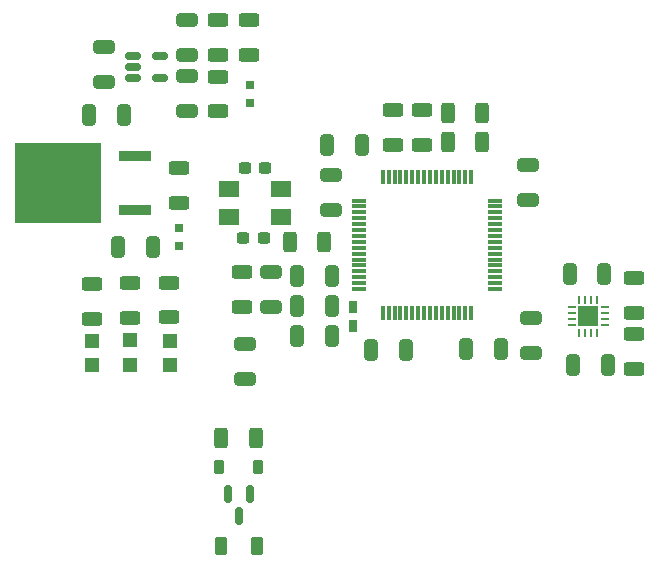
<source format=gbr>
%TF.GenerationSoftware,KiCad,Pcbnew,8.0.6*%
%TF.CreationDate,2025-07-22T18:03:32-04:00*%
%TF.ProjectId,receiver,72656365-6976-4657-922e-6b696361645f,rev?*%
%TF.SameCoordinates,Original*%
%TF.FileFunction,Paste,Top*%
%TF.FilePolarity,Positive*%
%FSLAX46Y46*%
G04 Gerber Fmt 4.6, Leading zero omitted, Abs format (unit mm)*
G04 Created by KiCad (PCBNEW 8.0.6) date 2025-07-22 18:03:32*
%MOMM*%
%LPD*%
G01*
G04 APERTURE LIST*
G04 Aperture macros list*
%AMRoundRect*
0 Rectangle with rounded corners*
0 $1 Rounding radius*
0 $2 $3 $4 $5 $6 $7 $8 $9 X,Y pos of 4 corners*
0 Add a 4 corners polygon primitive as box body*
4,1,4,$2,$3,$4,$5,$6,$7,$8,$9,$2,$3,0*
0 Add four circle primitives for the rounded corners*
1,1,$1+$1,$2,$3*
1,1,$1+$1,$4,$5*
1,1,$1+$1,$6,$7*
1,1,$1+$1,$8,$9*
0 Add four rect primitives between the rounded corners*
20,1,$1+$1,$2,$3,$4,$5,0*
20,1,$1+$1,$4,$5,$6,$7,0*
20,1,$1+$1,$6,$7,$8,$9,0*
20,1,$1+$1,$8,$9,$2,$3,0*%
G04 Aperture macros list end*
%ADD10RoundRect,0.150000X-0.512500X-0.150000X0.512500X-0.150000X0.512500X0.150000X-0.512500X0.150000X0*%
%ADD11RoundRect,0.250000X0.325000X0.650000X-0.325000X0.650000X-0.325000X-0.650000X0.325000X-0.650000X0*%
%ADD12RoundRect,0.237500X0.300000X0.237500X-0.300000X0.237500X-0.300000X-0.237500X0.300000X-0.237500X0*%
%ADD13R,0.711200X0.254000*%
%ADD14R,0.254000X0.711200*%
%ADD15R,1.676400X1.676400*%
%ADD16R,0.800000X0.800000*%
%ADD17RoundRect,0.250000X0.650000X-0.325000X0.650000X0.325000X-0.650000X0.325000X-0.650000X-0.325000X0*%
%ADD18RoundRect,0.250000X0.312500X0.625000X-0.312500X0.625000X-0.312500X-0.625000X0.312500X-0.625000X0*%
%ADD19RoundRect,0.250000X-0.325000X-0.650000X0.325000X-0.650000X0.325000X0.650000X-0.325000X0.650000X0*%
%ADD20R,1.200000X1.200000*%
%ADD21RoundRect,0.250000X0.625000X-0.312500X0.625000X0.312500X-0.625000X0.312500X-0.625000X-0.312500X0*%
%ADD22RoundRect,0.250000X-0.625000X0.312500X-0.625000X-0.312500X0.625000X-0.312500X0.625000X0.312500X0*%
%ADD23RoundRect,0.250000X-0.650000X0.325000X-0.650000X-0.325000X0.650000X-0.325000X0.650000X0.325000X0*%
%ADD24RoundRect,0.250000X-0.312500X-0.625000X0.312500X-0.625000X0.312500X0.625000X-0.312500X0.625000X0*%
%ADD25RoundRect,0.225000X-0.225000X-0.375000X0.225000X-0.375000X0.225000X0.375000X-0.225000X0.375000X0*%
%ADD26RoundRect,0.150000X-0.150000X0.587500X-0.150000X-0.587500X0.150000X-0.587500X0.150000X0.587500X0*%
%ADD27RoundRect,0.200000X-0.300000X-0.600000X0.300000X-0.600000X0.300000X0.600000X-0.300000X0.600000X0*%
%ADD28R,1.193800X0.304800*%
%ADD29R,0.304800X1.193800*%
%ADD30RoundRect,0.237500X-0.300000X-0.237500X0.300000X-0.237500X0.300000X0.237500X-0.300000X0.237500X0*%
%ADD31R,0.800000X1.000000*%
%ADD32R,1.800000X1.400000*%
%ADD33R,2.794000X0.939800*%
%ADD34R,7.239000X6.832600*%
G04 APERTURE END LIST*
D10*
%TO.C,U3*%
X138574653Y-43527120D03*
X138574653Y-44477120D03*
X138574653Y-45427120D03*
X140849653Y-45427120D03*
X140849653Y-43527120D03*
%TD*%
D11*
%TO.C,STM_C9*%
X155439441Y-67242828D03*
X152489441Y-67242828D03*
%TD*%
D12*
%TO.C,CSTL_C1*%
X149732286Y-52985967D03*
X148007286Y-52985967D03*
%TD*%
D13*
%TO.C,U4*%
X175717012Y-64805490D03*
X175717012Y-65305491D03*
X175717012Y-65805491D03*
X175717012Y-66305492D03*
D14*
X176364011Y-66952491D03*
X176864012Y-66952491D03*
X177364012Y-66952491D03*
X177864013Y-66952491D03*
D13*
X178511012Y-66305492D03*
X178511012Y-65805491D03*
X178511012Y-65305491D03*
X178511012Y-64805490D03*
D14*
X177864013Y-64158491D03*
X177364012Y-64158491D03*
X176864012Y-64158491D03*
X176364011Y-64158491D03*
D15*
X177114012Y-65555491D03*
%TD*%
D16*
%TO.C,PWR_D2*%
X148436607Y-47491972D03*
X148436607Y-45991972D03*
%TD*%
D17*
%TO.C,PWR_C4*%
X136095404Y-45706822D03*
X136095404Y-42756822D03*
%TD*%
D18*
%TO.C,PWR_R5*%
X148969020Y-75891804D03*
X146044020Y-75891804D03*
%TD*%
D19*
%TO.C,MLX_C1*%
X175803570Y-69693425D03*
X178753570Y-69693425D03*
%TD*%
D11*
%TO.C,STM_C3*%
X161696298Y-68439425D03*
X158746298Y-68439425D03*
%TD*%
D20*
%TO.C,D3*%
X141660016Y-69728522D03*
X141660016Y-67628522D03*
%TD*%
D11*
%TO.C,STM_C4*%
X169748575Y-68339953D03*
X166798575Y-68339953D03*
%TD*%
D19*
%TO.C,STM_C1*%
X155007712Y-51061894D03*
X157957712Y-51061894D03*
%TD*%
D21*
%TO.C,S_R1*%
X147761726Y-64756419D03*
X147761726Y-61831419D03*
%TD*%
D11*
%TO.C,STM_C8*%
X155439441Y-64692221D03*
X152489441Y-64692221D03*
%TD*%
D22*
%TO.C,LED_R1*%
X135077166Y-62842584D03*
X135077166Y-65767584D03*
%TD*%
D23*
%TO.C,PWR_C5*%
X143137476Y-45271792D03*
X143137476Y-48221792D03*
%TD*%
D22*
%TO.C,PWR_R1*%
X142468240Y-53063899D03*
X142468240Y-55988899D03*
%TD*%
D24*
%TO.C,S_R4*%
X151814828Y-59281044D03*
X154739828Y-59281044D03*
%TD*%
D23*
%TO.C,S_C10*%
X150247597Y-61818919D03*
X150247597Y-64768919D03*
%TD*%
D22*
%TO.C,I2C_R2*%
X163029926Y-48139458D03*
X163029926Y-51064458D03*
%TD*%
%TO.C,PWR_R4*%
X145784483Y-45283507D03*
X145784483Y-48208507D03*
%TD*%
D18*
%TO.C,STM_R2*%
X168123279Y-48387765D03*
X165198279Y-48387765D03*
%TD*%
D11*
%TO.C,S_C7*%
X155426494Y-62141614D03*
X152476494Y-62141614D03*
%TD*%
D16*
%TO.C,PWR_D1*%
X142471913Y-59633230D03*
X142471913Y-58133230D03*
%TD*%
D25*
%TO.C,DZ1*%
X145861798Y-78326547D03*
X149161798Y-78326547D03*
%TD*%
D22*
%TO.C,LED_R2*%
X138324260Y-62793215D03*
X138324260Y-65718215D03*
%TD*%
%TO.C,PWR_R3*%
X148358603Y-40519507D03*
X148358603Y-43444507D03*
%TD*%
D21*
%TO.C,PWR_R2*%
X145763599Y-43425068D03*
X145763599Y-40500068D03*
%TD*%
D20*
%TO.C,D2*%
X138345575Y-69717865D03*
X138345575Y-67617865D03*
%TD*%
D22*
%TO.C,LED_R3*%
X141587184Y-62748610D03*
X141587184Y-65673610D03*
%TD*%
%TO.C,I2C_R1*%
X160536657Y-48120676D03*
X160536657Y-51045676D03*
%TD*%
D19*
%TO.C,PWR_C1*%
X137321034Y-59673929D03*
X140271034Y-59673929D03*
%TD*%
D26*
%TO.C,Q2*%
X147547661Y-82465535D03*
X148497661Y-80590535D03*
X146597661Y-80590535D03*
%TD*%
D17*
%TO.C,S_C2*%
X155331844Y-56574983D03*
X155331844Y-53624983D03*
%TD*%
D27*
%TO.C,F1*%
X146053815Y-85025422D03*
X149053815Y-85025422D03*
%TD*%
D21*
%TO.C,MLX_R1*%
X181013584Y-65268026D03*
X181013584Y-62343026D03*
%TD*%
D28*
%TO.C,U1*%
X157705292Y-55777273D03*
X157705292Y-56277272D03*
X157705292Y-56777273D03*
X157705292Y-57277272D03*
X157705292Y-57777274D03*
X157705292Y-58277273D03*
X157705292Y-58777272D03*
X157705292Y-59277273D03*
X157705292Y-59777273D03*
X157705292Y-60277274D03*
X157705292Y-60777273D03*
X157705292Y-61277272D03*
X157705292Y-61777274D03*
X157705292Y-62277273D03*
X157705292Y-62777274D03*
X157705292Y-63277273D03*
D29*
X159705291Y-65277272D03*
X160205290Y-65277272D03*
X160705291Y-65277272D03*
X161205290Y-65277272D03*
X161705292Y-65277272D03*
X162205291Y-65277272D03*
X162705290Y-65277272D03*
X163205291Y-65277272D03*
X163705291Y-65277272D03*
X164205292Y-65277272D03*
X164705291Y-65277272D03*
X165205290Y-65277272D03*
X165705292Y-65277272D03*
X166205291Y-65277272D03*
X166705292Y-65277272D03*
X167205291Y-65277272D03*
D28*
X169205290Y-63277273D03*
X169205290Y-62777274D03*
X169205290Y-62277273D03*
X169205290Y-61777274D03*
X169205290Y-61277272D03*
X169205290Y-60777273D03*
X169205290Y-60277274D03*
X169205290Y-59777273D03*
X169205290Y-59277273D03*
X169205290Y-58777272D03*
X169205290Y-58277273D03*
X169205290Y-57777274D03*
X169205290Y-57277272D03*
X169205290Y-56777273D03*
X169205290Y-56277272D03*
X169205290Y-55777273D03*
D29*
X167205291Y-53777274D03*
X166705292Y-53777274D03*
X166205291Y-53777274D03*
X165705292Y-53777274D03*
X165205290Y-53777274D03*
X164705291Y-53777274D03*
X164205292Y-53777274D03*
X163705291Y-53777274D03*
X163205291Y-53777274D03*
X162705290Y-53777274D03*
X162205291Y-53777274D03*
X161705292Y-53777274D03*
X161205290Y-53777274D03*
X160705291Y-53777274D03*
X160205290Y-53777274D03*
X159705291Y-53777274D03*
%TD*%
D23*
%TO.C,MLX_C3*%
X148077387Y-67899531D03*
X148077387Y-70849531D03*
%TD*%
D24*
%TO.C,STM_R3*%
X165198279Y-50826667D03*
X168123279Y-50826667D03*
%TD*%
D22*
%TO.C,MLX_R2*%
X181007036Y-67108606D03*
X181007036Y-70033606D03*
%TD*%
D17*
%TO.C,PWR_C3*%
X143163477Y-43444638D03*
X143163477Y-40494638D03*
%TD*%
D20*
%TO.C,D1*%
X135084421Y-69739180D03*
X135084421Y-67639180D03*
%TD*%
D11*
%TO.C,PWR_C2*%
X137785048Y-48570026D03*
X134835048Y-48570026D03*
%TD*%
D19*
%TO.C,MLX_C2*%
X175526094Y-62036645D03*
X178476094Y-62036645D03*
%TD*%
D30*
%TO.C,CSTL_C2*%
X147898619Y-58931564D03*
X149623619Y-58931564D03*
%TD*%
D17*
%TO.C,STM_C6*%
X172225878Y-68651368D03*
X172225878Y-65701368D03*
%TD*%
D23*
%TO.C,STM_C5*%
X172043004Y-52758197D03*
X172043004Y-55708197D03*
%TD*%
D31*
%TO.C,FB1*%
X157213213Y-66424422D03*
X157213213Y-64824422D03*
%TD*%
D32*
%TO.C,Y1*%
X151085309Y-54766527D03*
X151085309Y-57166527D03*
X146685309Y-57166527D03*
X146685309Y-54766527D03*
%TD*%
D33*
%TO.C,U2*%
X138769342Y-56573293D03*
D34*
X132254242Y-54283292D03*
D33*
X138769342Y-51993291D03*
%TD*%
M02*

</source>
